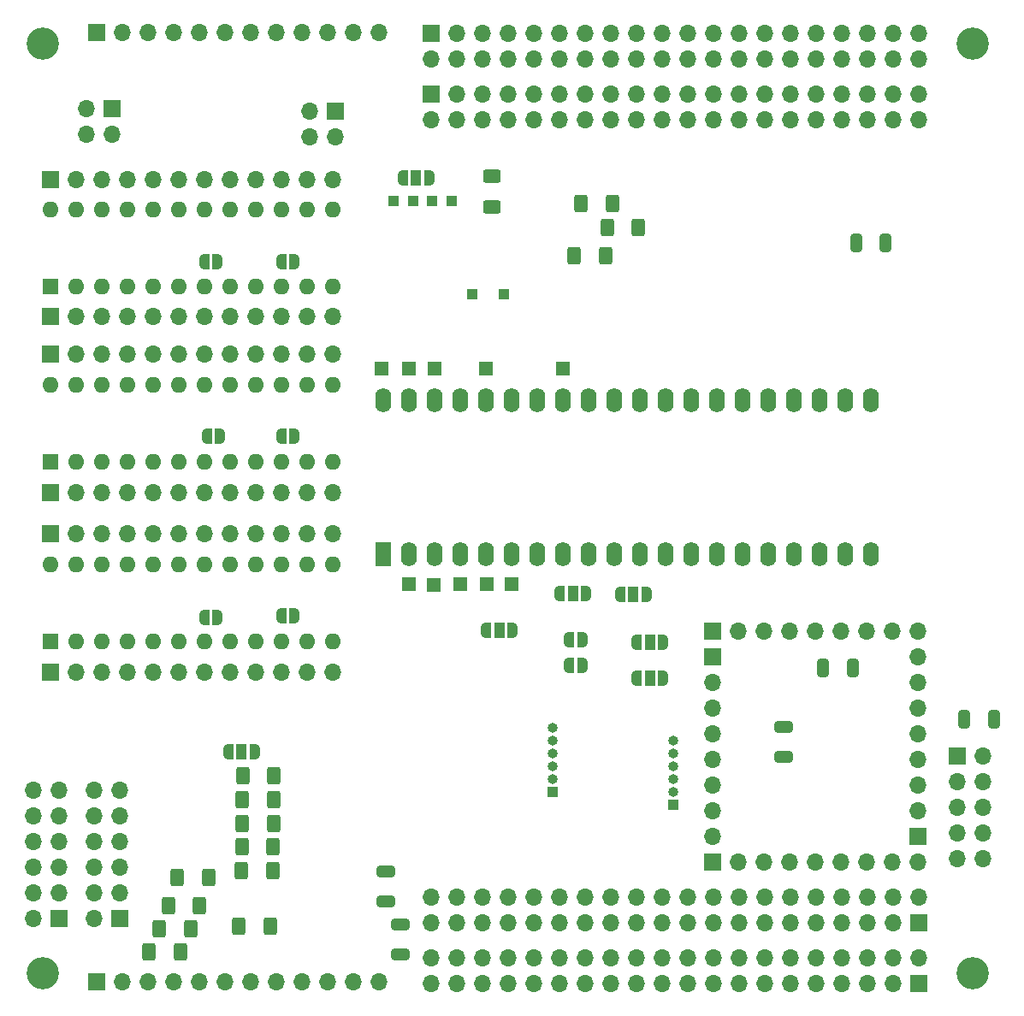
<source format=gbr>
%TF.GenerationSoftware,KiCad,Pcbnew,8.0.5-8.0.5-0~ubuntu22.04.1*%
%TF.CreationDate,2024-10-05T19:48:29+02:00*%
%TF.ProjectId,6809_CPU,36383039-5f43-4505-952e-6b696361645f,rev?*%
%TF.SameCoordinates,Original*%
%TF.FileFunction,Soldermask,Bot*%
%TF.FilePolarity,Negative*%
%FSLAX46Y46*%
G04 Gerber Fmt 4.6, Leading zero omitted, Abs format (unit mm)*
G04 Created by KiCad (PCBNEW 8.0.5-8.0.5-0~ubuntu22.04.1) date 2024-10-05 19:48:29*
%MOMM*%
%LPD*%
G01*
G04 APERTURE LIST*
G04 Aperture macros list*
%AMRoundRect*
0 Rectangle with rounded corners*
0 $1 Rounding radius*
0 $2 $3 $4 $5 $6 $7 $8 $9 X,Y pos of 4 corners*
0 Add a 4 corners polygon primitive as box body*
4,1,4,$2,$3,$4,$5,$6,$7,$8,$9,$2,$3,0*
0 Add four circle primitives for the rounded corners*
1,1,$1+$1,$2,$3*
1,1,$1+$1,$4,$5*
1,1,$1+$1,$6,$7*
1,1,$1+$1,$8,$9*
0 Add four rect primitives between the rounded corners*
20,1,$1+$1,$2,$3,$4,$5,0*
20,1,$1+$1,$4,$5,$6,$7,0*
20,1,$1+$1,$6,$7,$8,$9,0*
20,1,$1+$1,$8,$9,$2,$3,0*%
%AMFreePoly0*
4,1,19,0.550000,-0.750000,0.000000,-0.750000,0.000000,-0.744911,-0.071157,-0.744911,-0.207708,-0.704816,-0.327430,-0.627875,-0.420627,-0.520320,-0.479746,-0.390866,-0.500000,-0.250000,-0.500000,0.250000,-0.479746,0.390866,-0.420627,0.520320,-0.327430,0.627875,-0.207708,0.704816,-0.071157,0.744911,0.000000,0.744911,0.000000,0.750000,0.550000,0.750000,0.550000,-0.750000,0.550000,-0.750000,
$1*%
%AMFreePoly1*
4,1,19,0.000000,0.744911,0.071157,0.744911,0.207708,0.704816,0.327430,0.627875,0.420627,0.520320,0.479746,0.390866,0.500000,0.250000,0.500000,-0.250000,0.479746,-0.390866,0.420627,-0.520320,0.327430,-0.627875,0.207708,-0.704816,0.071157,-0.744911,0.000000,-0.744911,0.000000,-0.750000,-0.550000,-0.750000,-0.550000,0.750000,0.000000,0.750000,0.000000,0.744911,0.000000,0.744911,
$1*%
%AMFreePoly2*
4,1,19,0.500000,-0.750000,0.000000,-0.750000,0.000000,-0.744911,-0.071157,-0.744911,-0.207708,-0.704816,-0.327430,-0.627875,-0.420627,-0.520320,-0.479746,-0.390866,-0.500000,-0.250000,-0.500000,0.250000,-0.479746,0.390866,-0.420627,0.520320,-0.327430,0.627875,-0.207708,0.704816,-0.071157,0.744911,0.000000,0.744911,0.000000,0.750000,0.500000,0.750000,0.500000,-0.750000,0.500000,-0.750000,
$1*%
%AMFreePoly3*
4,1,19,0.000000,0.744911,0.071157,0.744911,0.207708,0.704816,0.327430,0.627875,0.420627,0.520320,0.479746,0.390866,0.500000,0.250000,0.500000,-0.250000,0.479746,-0.390866,0.420627,-0.520320,0.327430,-0.627875,0.207708,-0.704816,0.071157,-0.744911,0.000000,-0.744911,0.000000,-0.750000,-0.500000,-0.750000,-0.500000,0.750000,0.000000,0.750000,0.000000,0.744911,0.000000,0.744911,
$1*%
G04 Aperture macros list end*
%ADD10R,1.600000X1.600000*%
%ADD11O,1.600000X1.600000*%
%ADD12R,1.700000X1.700000*%
%ADD13O,1.700000X1.700000*%
%ADD14R,1.000000X1.000000*%
%ADD15R,1.350000X1.350000*%
%ADD16O,1.000000X1.000000*%
%ADD17R,1.600000X2.400000*%
%ADD18O,1.600000X2.400000*%
%ADD19C,3.200000*%
%ADD20FreePoly0,0.000000*%
%ADD21R,1.000000X1.500000*%
%ADD22FreePoly1,0.000000*%
%ADD23RoundRect,0.250000X0.625000X-0.400000X0.625000X0.400000X-0.625000X0.400000X-0.625000X-0.400000X0*%
%ADD24RoundRect,0.250000X-0.650000X0.325000X-0.650000X-0.325000X0.650000X-0.325000X0.650000X0.325000X0*%
%ADD25FreePoly2,180.000000*%
%ADD26FreePoly3,180.000000*%
%ADD27RoundRect,0.250000X0.400000X0.625000X-0.400000X0.625000X-0.400000X-0.625000X0.400000X-0.625000X0*%
%ADD28RoundRect,0.250000X-0.400000X-0.625000X0.400000X-0.625000X0.400000X0.625000X-0.400000X0.625000X0*%
%ADD29FreePoly2,0.000000*%
%ADD30FreePoly3,0.000000*%
%ADD31FreePoly0,180.000000*%
%ADD32FreePoly1,180.000000*%
%ADD33RoundRect,0.250000X-0.325000X-0.650000X0.325000X-0.650000X0.325000X0.650000X-0.325000X0.650000X0*%
%ADD34RoundRect,0.250000X0.325000X0.650000X-0.325000X0.650000X-0.325000X-0.650000X0.325000X-0.650000X0*%
G04 APERTURE END LIST*
D10*
%TO.C,J39*%
X54737000Y-113157000D03*
D11*
X57277000Y-113157000D03*
X59817000Y-113157000D03*
X62357000Y-113157000D03*
X64897000Y-113157000D03*
X67437000Y-113157000D03*
X69977000Y-113157000D03*
X72517000Y-113157000D03*
X75057000Y-113157000D03*
X77597000Y-113157000D03*
X80137000Y-113157000D03*
X82677000Y-113157000D03*
X82677000Y-105537000D03*
X80137000Y-105537000D03*
X77597000Y-105537000D03*
X75057000Y-105537000D03*
X72517000Y-105537000D03*
X69977000Y-105537000D03*
X67437000Y-105537000D03*
X64897000Y-105537000D03*
X62357000Y-105537000D03*
X59817000Y-105537000D03*
X57277000Y-105537000D03*
X54737000Y-105537000D03*
%TD*%
D12*
%TO.C,J8*%
X120300000Y-135043000D03*
D13*
X122840000Y-135043000D03*
X125380000Y-135043000D03*
X127920000Y-135043000D03*
X130460000Y-135043000D03*
X133000000Y-135043000D03*
X135540000Y-135043000D03*
X138080000Y-135043000D03*
X140620000Y-135043000D03*
%TD*%
D12*
%TO.C,J36*%
X61595000Y-140627000D03*
D13*
X59055000Y-140627000D03*
X61595000Y-138087000D03*
X59055000Y-138087000D03*
X61595000Y-135547000D03*
X59055000Y-135547000D03*
X61595000Y-133007000D03*
X59055000Y-133007000D03*
X61595000Y-130467000D03*
X59055000Y-130467000D03*
X61595000Y-127927000D03*
X59055000Y-127927000D03*
%TD*%
D14*
%TO.C,J13*%
X88702400Y-69550995D03*
%TD*%
D12*
%TO.C,J1*%
X92367000Y-53000000D03*
D13*
X92367000Y-55540000D03*
X94907000Y-53000000D03*
X94907000Y-55540000D03*
X97447000Y-53000000D03*
X97447000Y-55540000D03*
X99987000Y-53000000D03*
X99987000Y-55540000D03*
X102527000Y-53000000D03*
X102527000Y-55540000D03*
X105067000Y-53000000D03*
X105067000Y-55540000D03*
X107607000Y-53000000D03*
X107607000Y-55540000D03*
X110147000Y-53000000D03*
X110147000Y-55540000D03*
X112687000Y-53000000D03*
X112687000Y-55540000D03*
X115227000Y-53000000D03*
X115227000Y-55540000D03*
X117767000Y-53000000D03*
X117767000Y-55540000D03*
X120307000Y-53000000D03*
X120307000Y-55540000D03*
X122847000Y-53000000D03*
X122847000Y-55540000D03*
X125387000Y-53000000D03*
X125387000Y-55540000D03*
X127927000Y-53000000D03*
X127927000Y-55540000D03*
X130467000Y-53000000D03*
X130467000Y-55540000D03*
X133007000Y-53000000D03*
X133007000Y-55540000D03*
X135547000Y-53000000D03*
X135547000Y-55540000D03*
X138087000Y-53000000D03*
X138087000Y-55540000D03*
X140627000Y-53000000D03*
X140627000Y-55540000D03*
%TD*%
D14*
%TO.C,J14*%
X94417400Y-69550995D03*
%TD*%
D15*
%TO.C,J9*%
X90201000Y-107523995D03*
%TD*%
D14*
%TO.C,J11*%
X96449400Y-78821995D03*
%TD*%
%TO.C,J31*%
X116337600Y-129317195D03*
D16*
X116337600Y-128047195D03*
X116337600Y-126777195D03*
X116337600Y-125507195D03*
X116337600Y-124237195D03*
X116337600Y-122967195D03*
%TD*%
D12*
%TO.C,J5*%
X120300000Y-112183000D03*
D13*
X122840000Y-112183000D03*
X125380000Y-112183000D03*
X127920000Y-112183000D03*
X130460000Y-112183000D03*
X133000000Y-112183000D03*
X135540000Y-112183000D03*
X138080000Y-112183000D03*
X140620000Y-112183000D03*
%TD*%
D12*
%TO.C,J4*%
X140627000Y-141000000D03*
D13*
X140627000Y-138460000D03*
X138087000Y-141000000D03*
X138087000Y-138460000D03*
X135547000Y-141000000D03*
X135547000Y-138460000D03*
X133007000Y-141000000D03*
X133007000Y-138460000D03*
X130467000Y-141000000D03*
X130467000Y-138460000D03*
X127927000Y-141000000D03*
X127927000Y-138460000D03*
X125387000Y-141000000D03*
X125387000Y-138460000D03*
X122847000Y-141000000D03*
X122847000Y-138460000D03*
X120307000Y-141000000D03*
X120307000Y-138460000D03*
X117767000Y-141000000D03*
X117767000Y-138460000D03*
X115227000Y-141000000D03*
X115227000Y-138460000D03*
X112687000Y-141000000D03*
X112687000Y-138460000D03*
X110147000Y-141000000D03*
X110147000Y-138460000D03*
X107607000Y-141000000D03*
X107607000Y-138460000D03*
X105067000Y-141000000D03*
X105067000Y-138460000D03*
X102527000Y-141000000D03*
X102527000Y-138460000D03*
X99987000Y-141000000D03*
X99987000Y-138460000D03*
X97447000Y-141000000D03*
X97447000Y-138460000D03*
X94907000Y-141000000D03*
X94907000Y-138460000D03*
X92367000Y-141000000D03*
X92367000Y-138460000D03*
%TD*%
D10*
%TO.C,J25*%
X54737000Y-95377000D03*
D11*
X57277000Y-95377000D03*
X59817000Y-95377000D03*
X62357000Y-95377000D03*
X64897000Y-95377000D03*
X67437000Y-95377000D03*
X69977000Y-95377000D03*
X72517000Y-95377000D03*
X75057000Y-95377000D03*
X77597000Y-95377000D03*
X80137000Y-95377000D03*
X82677000Y-95377000D03*
X82677000Y-87757000D03*
X80137000Y-87757000D03*
X77597000Y-87757000D03*
X75057000Y-87757000D03*
X72517000Y-87757000D03*
X69977000Y-87757000D03*
X67437000Y-87757000D03*
X64897000Y-87757000D03*
X62357000Y-87757000D03*
X59817000Y-87757000D03*
X57277000Y-87757000D03*
X54737000Y-87757000D03*
%TD*%
D17*
%TO.C,U22*%
X87635600Y-104501395D03*
D18*
X90175600Y-104501395D03*
X92715600Y-104501395D03*
X95255600Y-104501395D03*
X97795600Y-104501395D03*
X100335600Y-104501395D03*
X102875600Y-104501395D03*
X105415600Y-104501395D03*
X107955600Y-104501395D03*
X110495600Y-104501395D03*
X113035600Y-104501395D03*
X115575600Y-104501395D03*
X118115600Y-104501395D03*
X120655600Y-104501395D03*
X123195600Y-104501395D03*
X125735600Y-104501395D03*
X128275600Y-104501395D03*
X130815600Y-104501395D03*
X133355600Y-104501395D03*
X135895600Y-104501395D03*
X135895600Y-89261395D03*
X133355600Y-89261395D03*
X130815600Y-89261395D03*
X128275600Y-89261395D03*
X125735600Y-89261395D03*
X123195600Y-89261395D03*
X120655600Y-89261395D03*
X118115600Y-89261395D03*
X115575600Y-89261395D03*
X113035600Y-89261395D03*
X110495600Y-89261395D03*
X107955600Y-89261395D03*
X105415600Y-89261395D03*
X102875600Y-89261395D03*
X100335600Y-89261395D03*
X97795600Y-89261395D03*
X95255600Y-89261395D03*
X92715600Y-89261395D03*
X90175600Y-89261395D03*
X87635600Y-89261395D03*
%TD*%
D10*
%TO.C,J24*%
X54732000Y-78049000D03*
D11*
X57272000Y-78049000D03*
X59812000Y-78049000D03*
X62352000Y-78049000D03*
X64892000Y-78049000D03*
X67432000Y-78049000D03*
X69972000Y-78049000D03*
X72512000Y-78049000D03*
X75052000Y-78049000D03*
X77592000Y-78049000D03*
X80132000Y-78049000D03*
X82672000Y-78049000D03*
X82672000Y-70429000D03*
X80132000Y-70429000D03*
X77592000Y-70429000D03*
X75052000Y-70429000D03*
X72512000Y-70429000D03*
X69972000Y-70429000D03*
X67432000Y-70429000D03*
X64892000Y-70429000D03*
X62352000Y-70429000D03*
X59812000Y-70429000D03*
X57272000Y-70429000D03*
X54732000Y-70429000D03*
%TD*%
D15*
%TO.C,J32*%
X90201000Y-86187995D03*
%TD*%
%TO.C,J16*%
X92690200Y-107549395D03*
%TD*%
D12*
%TO.C,J37*%
X55540000Y-140627000D03*
D13*
X53000000Y-140627000D03*
X55540000Y-138087000D03*
X53000000Y-138087000D03*
X55540000Y-135547000D03*
X53000000Y-135547000D03*
X55540000Y-133007000D03*
X53000000Y-133007000D03*
X55540000Y-130467000D03*
X53000000Y-130467000D03*
X55540000Y-127927000D03*
X53000000Y-127927000D03*
%TD*%
D14*
%TO.C,J15*%
X90607400Y-69550995D03*
%TD*%
D15*
%TO.C,J19*%
X105441000Y-86187995D03*
%TD*%
D12*
%TO.C,J40*%
X54737000Y-102489000D03*
D13*
X57277000Y-102489000D03*
X59817000Y-102489000D03*
X62357000Y-102489000D03*
X64897000Y-102489000D03*
X67437000Y-102489000D03*
X69977000Y-102489000D03*
X72517000Y-102489000D03*
X75057000Y-102489000D03*
X77597000Y-102489000D03*
X80137000Y-102489000D03*
X82677000Y-102489000D03*
%TD*%
D12*
%TO.C,J23*%
X54737000Y-98425000D03*
D13*
X57277000Y-98425000D03*
X59817000Y-98425000D03*
X62357000Y-98425000D03*
X64897000Y-98425000D03*
X67437000Y-98425000D03*
X69977000Y-98425000D03*
X72517000Y-98425000D03*
X75057000Y-98425000D03*
X77597000Y-98425000D03*
X80137000Y-98425000D03*
X82677000Y-98425000D03*
%TD*%
D12*
%TO.C,J41*%
X60833000Y-60414000D03*
D13*
X58293000Y-60414000D03*
X60833000Y-62954000D03*
X58293000Y-62954000D03*
%TD*%
D15*
%TO.C,J29*%
X97835000Y-86187995D03*
%TD*%
D12*
%TO.C,J20*%
X59340000Y-146893995D03*
D13*
X61880000Y-146893995D03*
X64420000Y-146893995D03*
X66960000Y-146893995D03*
X69500000Y-146893995D03*
X72040000Y-146893995D03*
X74580000Y-146893995D03*
X77120000Y-146893995D03*
X79660000Y-146893995D03*
X82200000Y-146893995D03*
X84740000Y-146893995D03*
X87280000Y-146893995D03*
%TD*%
D15*
%TO.C,J33*%
X87534000Y-86187995D03*
%TD*%
D12*
%TO.C,J2*%
X140627000Y-147000000D03*
D13*
X140627000Y-144460000D03*
X138087000Y-147000000D03*
X138087000Y-144460000D03*
X135547000Y-147000000D03*
X135547000Y-144460000D03*
X133007000Y-147000000D03*
X133007000Y-144460000D03*
X130467000Y-147000000D03*
X130467000Y-144460000D03*
X127927000Y-147000000D03*
X127927000Y-144460000D03*
X125387000Y-147000000D03*
X125387000Y-144460000D03*
X122847000Y-147000000D03*
X122847000Y-144460000D03*
X120307000Y-147000000D03*
X120307000Y-144460000D03*
X117767000Y-147000000D03*
X117767000Y-144460000D03*
X115227000Y-147000000D03*
X115227000Y-144460000D03*
X112687000Y-147000000D03*
X112687000Y-144460000D03*
X110147000Y-147000000D03*
X110147000Y-144460000D03*
X107607000Y-147000000D03*
X107607000Y-144460000D03*
X105067000Y-147000000D03*
X105067000Y-144460000D03*
X102527000Y-147000000D03*
X102527000Y-144460000D03*
X99987000Y-147000000D03*
X99987000Y-144460000D03*
X97447000Y-147000000D03*
X97447000Y-144460000D03*
X94907000Y-147000000D03*
X94907000Y-144460000D03*
X92367000Y-147000000D03*
X92367000Y-144460000D03*
%TD*%
D14*
%TO.C,J30*%
X104450400Y-128097995D03*
D16*
X104450400Y-126827995D03*
X104450400Y-125557995D03*
X104450400Y-124287995D03*
X104450400Y-123017995D03*
X104450400Y-121747995D03*
%TD*%
D12*
%TO.C,J6*%
X140620000Y-132503000D03*
D13*
X140620000Y-129963000D03*
X140620000Y-127423000D03*
X140620000Y-124883000D03*
X140620000Y-122343000D03*
X140620000Y-119803000D03*
X140620000Y-117263000D03*
X140620000Y-114723000D03*
%TD*%
D12*
%TO.C,J26*%
X54737000Y-67437000D03*
D13*
X57277000Y-67437000D03*
X59817000Y-67437000D03*
X62357000Y-67437000D03*
X64897000Y-67437000D03*
X67437000Y-67437000D03*
X69977000Y-67437000D03*
X72517000Y-67437000D03*
X75057000Y-67437000D03*
X77597000Y-67437000D03*
X80137000Y-67437000D03*
X82677000Y-67437000D03*
%TD*%
D19*
%TO.C,H3*%
X146000000Y-54000000D03*
%TD*%
D12*
%TO.C,J38*%
X54737000Y-116205000D03*
D13*
X57277000Y-116205000D03*
X59817000Y-116205000D03*
X62357000Y-116205000D03*
X64897000Y-116205000D03*
X67437000Y-116205000D03*
X69977000Y-116205000D03*
X72517000Y-116205000D03*
X75057000Y-116205000D03*
X77597000Y-116205000D03*
X80137000Y-116205000D03*
X82677000Y-116205000D03*
%TD*%
D14*
%TO.C,J12*%
X92512400Y-69550995D03*
%TD*%
D15*
%TO.C,J28*%
X92741000Y-86187995D03*
%TD*%
D12*
%TO.C,J7*%
X120300000Y-114723000D03*
D13*
X120300000Y-117263000D03*
X120300000Y-119803000D03*
X120300000Y-122343000D03*
X120300000Y-124883000D03*
X120300000Y-127423000D03*
X120300000Y-129963000D03*
X120300000Y-132503000D03*
%TD*%
D14*
%TO.C,J10*%
X99624400Y-78821995D03*
%TD*%
D12*
%TO.C,J3*%
X92367000Y-59000000D03*
D13*
X92367000Y-61540000D03*
X94907000Y-59000000D03*
X94907000Y-61540000D03*
X97447000Y-59000000D03*
X97447000Y-61540000D03*
X99987000Y-59000000D03*
X99987000Y-61540000D03*
X102527000Y-59000000D03*
X102527000Y-61540000D03*
X105067000Y-59000000D03*
X105067000Y-61540000D03*
X107607000Y-59000000D03*
X107607000Y-61540000D03*
X110147000Y-59000000D03*
X110147000Y-61540000D03*
X112687000Y-59000000D03*
X112687000Y-61540000D03*
X115227000Y-59000000D03*
X115227000Y-61540000D03*
X117767000Y-59000000D03*
X117767000Y-61540000D03*
X120307000Y-59000000D03*
X120307000Y-61540000D03*
X122847000Y-59000000D03*
X122847000Y-61540000D03*
X125387000Y-59000000D03*
X125387000Y-61540000D03*
X127927000Y-59000000D03*
X127927000Y-61540000D03*
X130467000Y-59000000D03*
X130467000Y-61540000D03*
X133007000Y-59000000D03*
X133007000Y-61540000D03*
X135547000Y-59000000D03*
X135547000Y-61540000D03*
X138087000Y-59000000D03*
X138087000Y-61540000D03*
X140627000Y-59000000D03*
X140627000Y-61540000D03*
%TD*%
D12*
%TO.C,J22*%
X54737000Y-81026000D03*
D13*
X57277000Y-81026000D03*
X59817000Y-81026000D03*
X62357000Y-81026000D03*
X64897000Y-81026000D03*
X67437000Y-81026000D03*
X69977000Y-81026000D03*
X72517000Y-81026000D03*
X75057000Y-81026000D03*
X77597000Y-81026000D03*
X80137000Y-81026000D03*
X82677000Y-81026000D03*
%TD*%
D15*
%TO.C,J17*%
X97871800Y-107498595D03*
%TD*%
%TO.C,J18*%
X100361000Y-107498595D03*
%TD*%
D19*
%TO.C,H1*%
X54000000Y-54000000D03*
%TD*%
D12*
%TO.C,J42*%
X82931000Y-60706000D03*
D13*
X80391000Y-60706000D03*
X82931000Y-63246000D03*
X80391000Y-63246000D03*
%TD*%
D19*
%TO.C,H2*%
X54000000Y-146000000D03*
%TD*%
D15*
%TO.C,J27*%
X95281000Y-107523995D03*
%TD*%
D12*
%TO.C,J35*%
X54737000Y-84709000D03*
D13*
X57277000Y-84709000D03*
X59817000Y-84709000D03*
X62357000Y-84709000D03*
X64897000Y-84709000D03*
X67437000Y-84709000D03*
X69977000Y-84709000D03*
X72517000Y-84709000D03*
X75057000Y-84709000D03*
X77597000Y-84709000D03*
X80137000Y-84709000D03*
X82677000Y-84709000D03*
%TD*%
D12*
%TO.C,J34*%
X144460000Y-124500000D03*
D13*
X147000000Y-124500000D03*
X144460000Y-127040000D03*
X147000000Y-127040000D03*
X144460000Y-129580000D03*
X147000000Y-129580000D03*
X144460000Y-132120000D03*
X147000000Y-132120000D03*
X144460000Y-134660000D03*
X147000000Y-134660000D03*
%TD*%
D12*
%TO.C,J21*%
X59340000Y-52913995D03*
D13*
X61880000Y-52913995D03*
X64420000Y-52913995D03*
X66960000Y-52913995D03*
X69500000Y-52913995D03*
X72040000Y-52913995D03*
X74580000Y-52913995D03*
X77120000Y-52913995D03*
X79660000Y-52913995D03*
X82200000Y-52913995D03*
X84740000Y-52913995D03*
X87280000Y-52913995D03*
%TD*%
D19*
%TO.C,H4*%
X146000000Y-146000000D03*
%TD*%
D20*
%TO.C,JP29*%
X89616800Y-67264995D03*
D21*
X90916800Y-67264995D03*
D22*
X92216800Y-67264995D03*
%TD*%
D23*
%TO.C,R11*%
X98405200Y-70187195D03*
X98405200Y-67087195D03*
%TD*%
D24*
%TO.C,C10*%
X89357200Y-141169600D03*
X89357200Y-144119600D03*
%TD*%
D25*
%TO.C,JP13*%
X78867000Y-92837000D03*
D26*
X77567000Y-92837000D03*
%TD*%
D24*
%TO.C,C2*%
X87884000Y-135939000D03*
X87884000Y-138889000D03*
%TD*%
D27*
%TO.C,R14*%
X67590000Y-143891000D03*
X64490000Y-143891000D03*
%TD*%
D28*
%TO.C,R23*%
X73709600Y-128828800D03*
X76809600Y-128828800D03*
%TD*%
D25*
%TO.C,JP24*%
X107370400Y-115519200D03*
D26*
X106070400Y-115519200D03*
%TD*%
D29*
%TO.C,JP27*%
X106071400Y-112959595D03*
D30*
X107371400Y-112959595D03*
%TD*%
D27*
%TO.C,R13*%
X69495000Y-139319000D03*
X66395000Y-139319000D03*
%TD*%
D31*
%TO.C,JP9*%
X74930000Y-124079000D03*
D21*
X73630000Y-124079000D03*
D32*
X72330000Y-124079000D03*
%TD*%
D25*
%TO.C,JP12*%
X71501000Y-92837000D03*
D26*
X70201000Y-92837000D03*
%TD*%
D28*
%TO.C,R20*%
X73761000Y-126492000D03*
X76861000Y-126492000D03*
%TD*%
%TO.C,R22*%
X73709600Y-131165600D03*
X76809600Y-131165600D03*
%TD*%
%TO.C,R24*%
X73608000Y-135890000D03*
X76708000Y-135890000D03*
%TD*%
D31*
%TO.C,JP23*%
X100441800Y-112070595D03*
D21*
X99141800Y-112070595D03*
D32*
X97841800Y-112070595D03*
%TD*%
D28*
%TO.C,R21*%
X73684800Y-133502400D03*
X76784800Y-133502400D03*
%TD*%
%TO.C,R1*%
X109840200Y-72212995D03*
X112940200Y-72212995D03*
%TD*%
D33*
%TO.C,C7*%
X131193000Y-115789800D03*
X134143000Y-115789800D03*
%TD*%
D27*
%TO.C,R15*%
X76480000Y-141351000D03*
X73380000Y-141351000D03*
%TD*%
D31*
%TO.C,JP25*%
X115347000Y-113244995D03*
D21*
X114047000Y-113244995D03*
D32*
X112747000Y-113244995D03*
%TD*%
D34*
%TO.C,C8*%
X148083800Y-120904000D03*
X145133800Y-120904000D03*
%TD*%
D25*
%TO.C,JP15*%
X78867000Y-110617000D03*
D26*
X77567000Y-110617000D03*
%TD*%
D33*
%TO.C,C3*%
X134446000Y-73741995D03*
X137396000Y-73741995D03*
%TD*%
D31*
%TO.C,JP21*%
X113720400Y-108508800D03*
D21*
X112420400Y-108508800D03*
D32*
X111120400Y-108508800D03*
%TD*%
D27*
%TO.C,R8*%
X70384000Y-136525000D03*
X67284000Y-136525000D03*
%TD*%
%TO.C,R10*%
X110348800Y-69799995D03*
X107248800Y-69799995D03*
%TD*%
D25*
%TO.C,JP14*%
X71277000Y-110777000D03*
D26*
X69977000Y-110777000D03*
%TD*%
D27*
%TO.C,R9*%
X109687800Y-75006995D03*
X106587800Y-75006995D03*
%TD*%
D25*
%TO.C,JP11*%
X78867000Y-75565000D03*
D26*
X77567000Y-75565000D03*
%TD*%
D27*
%TO.C,R16*%
X68606000Y-141605000D03*
X65506000Y-141605000D03*
%TD*%
D24*
%TO.C,C6*%
X127285000Y-121631800D03*
X127285000Y-124581800D03*
%TD*%
D31*
%TO.C,JP22*%
X107726000Y-108458000D03*
D21*
X106426000Y-108458000D03*
D32*
X105126000Y-108458000D03*
%TD*%
D25*
%TO.C,JP10*%
X71247000Y-75565000D03*
D26*
X69947000Y-75565000D03*
%TD*%
D31*
%TO.C,JP26*%
X115347000Y-116794995D03*
D21*
X114047000Y-116794995D03*
D32*
X112747000Y-116794995D03*
%TD*%
M02*

</source>
